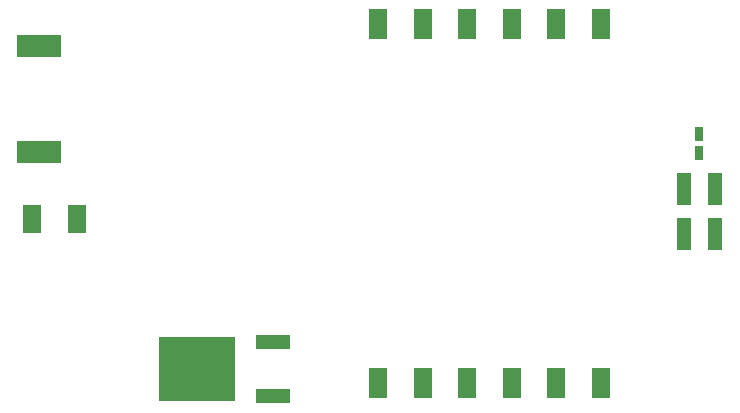
<source format=gbr>
G04 EAGLE Gerber RS-274X export*
G75*
%MOMM*%
%FSLAX34Y34*%
%LPD*%
%INSolderpaste Top*%
%IPPOS*%
%AMOC8*
5,1,8,0,0,1.08239X$1,22.5*%
G01*
%ADD10R,0.750000X1.200000*%
%ADD11R,1.520000X2.500000*%
%ADD12R,2.850000X1.250000*%
%ADD13R,6.500000X5.500000*%
%ADD14R,1.220000X2.720000*%
%ADD15R,1.550000X2.350000*%
%ADD16R,3.700000X1.909800*%


D10*
X660400Y233300D03*
X660400Y249300D03*
D11*
X388600Y38600D03*
X426200Y38600D03*
X463800Y38600D03*
X501400Y38600D03*
X539000Y38600D03*
X576600Y38600D03*
X576600Y342400D03*
X539000Y342400D03*
X501400Y342400D03*
X463800Y342400D03*
X426200Y342400D03*
X388600Y342400D03*
D12*
X299100Y28000D03*
D13*
X235100Y50800D03*
D12*
X299100Y73600D03*
D14*
X673900Y203200D03*
X646900Y203200D03*
X673900Y165100D03*
X646900Y165100D03*
D15*
X133300Y177800D03*
X95300Y177800D03*
D16*
X101600Y234449D03*
X101600Y324351D03*
M02*

</source>
